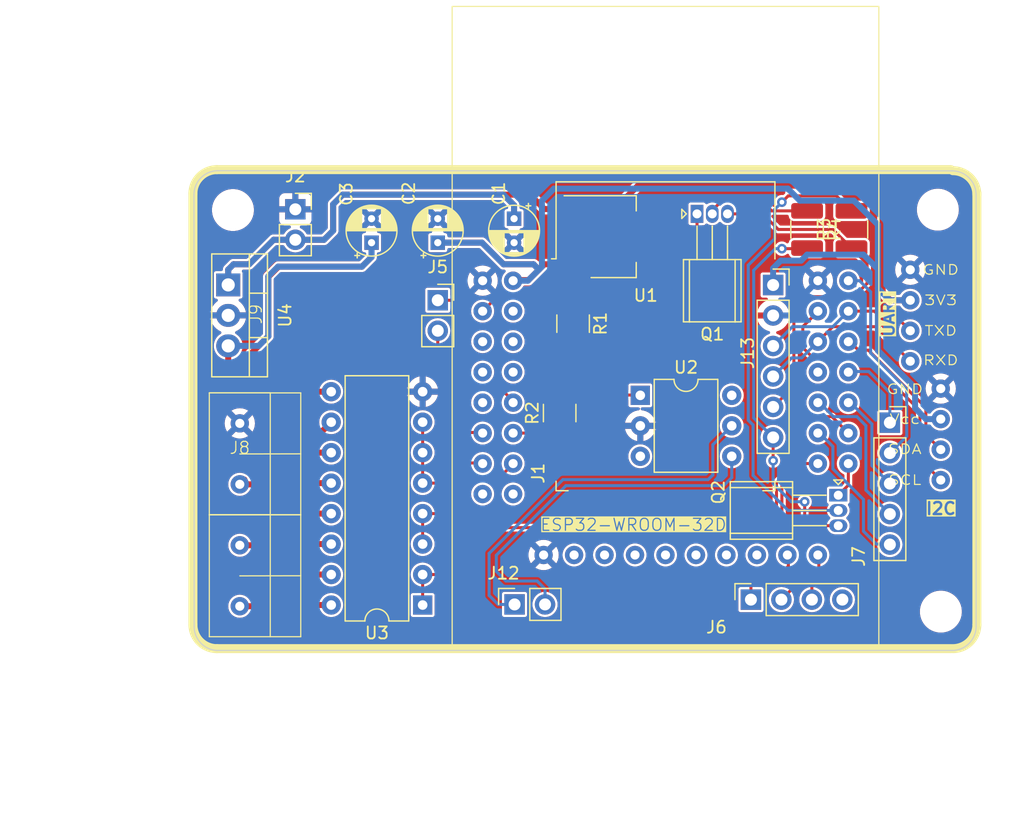
<source format=kicad_pcb>
(kicad_pcb (version 20240108) (generator "pcbnew") (generator_version "8.0")
  (layers (0 "F.Cu" signal) (31 "B.Cu" signal) (34 "B.Paste" user) (35 "F.Paste" user) (36 "B.SilkS" user "B.Silkscreen") (37 "F.SilkS" user "F.Silkscreen") (38 "B.Mask" user) (39 "F.Mask" user) (44 "Edge.Cuts" user))
  (net 0 "")
  (net 1 "GND")
  (net 2 "+3V3")
  (net 3 "+5V")
  (net 4 "/RXD")
  (net 5 "/TXD")
  (net 6 "/SDA")
  (net 7 "/OUT2")
  (net 8 "/OUT3")
  (net 9 "/SCL")
  (net 10 "/OUT1")
  (net 11 "/EN")
  (net 12 "/SOURCE2")
  (net 13 "/SOURCE1")
  (net 14 "/SOURCE3")
  (net 15 "/VDC")
  (net 16 "/DAC1")
  (net 17 "/DAC2")
  (net 18 "/GPIO35")
  (net 19 "/GPIO13")
  (net 20 "/GPIO19")
  (net 21 "/GPIO17")
  (net 22 "/GPIO5")
  (net 23 "/GPIO18")
  (net 24 "/GPIO36")
  (net 25 "/ADC2_CH3")
  (net 26 "/GPIO32")
  (net 27 "/GPIO34")
  (net 28 "/SD_DATA1")
  (net 29 "/SD_DATA2")
  (net 30 "/SD_CLK")
  (net 31 "/SD_CMD")
  (net 32 "/SD_DATA3")
  (net 33 "/ADC2_CH0")
  (net 34 "/GPIO23")
  (net 35 "/GPIO33")
  (net 36 "/SD_DATA0")
  (net 37 "/GPIO27")
  (net 38 "/ADC2_CH2")
  (net 39 "/BOOT")
  (net 42 "/V1-")
  (net 43 "Net-(R2-Pad2)")
  (net 44 "/V1+")
  (net 46 "/GPIO39")
  (net 47 "/DTR")
  (net 48 "/RTS")
  (net 49 "Net-(Q1-B)")
  (net 50 "Net-(Q2-B)")
  (footprint "Capacitor_THT:CP_Radial_D4.0mm_P2.00mm" (layer "F.Cu") (at 100.32 46 90)
    (property "Reference" "C2" (at 4.1 -2.42 -90) (layer "F.SilkS"))
    (property "Value" "1uF")
    (pad "1" thru_hole rect (at 0 0 90) (size 1.2 1.2) (drill 0.6) (layers "*.Cu" "*.Mask") (net 2 "+3V3"))
    (pad "2" thru_hole circle (at 2 0 90) (size 1.2 1.2) (drill 0.6) (layers "*.Cu" "*.Mask") (net 1 "GND"))
  )
  (footprint "Package_TO_SOT_THT:TO-92_Inline_W4.0mm_Horizontal_FlatSideDown" (layer "F.Cu") (at 121.9275 43.6)
    (property "Reference" "Q1" (at 1.27 10.033 0) (layer "F.SilkS"))
    (property "Value" "NPN")
    (pad "1" thru_hole rect (at 0 0) (size 1.05 1.5) (drill 0.75) (layers "*.Cu" "*.Mask") (net 11 "/EN"))
    (pad "2" thru_hole oval (at 1.27 0) (size 1.05 1.5) (drill 0.75) (layers "*.Cu" "*.Mask") (net 49 "Net-(Q1-B)"))
    (pad "3" thru_hole oval (at 2.54 0) (size 1.05 1.5) (drill 0.75) (layers "*.Cu" "*.Mask") (net 48 "/RTS"))
  )
  (footprint "Package_TO_SOT_THT:TO-92_Inline_W4.0mm_Horizontal_FlatSideDown" (layer "F.Cu") (at 133.7 67.0475 -90)
    (property "Reference" "Q2" (at -0.2475 10 90) (layer "F.SilkS"))
    (property "Value" "NPN")
    (pad "1" thru_hole rect (at 0 0 270) (size 1.05 1.5) (drill 0.75) (layers "*.Cu" "*.Mask") (net 39 "/BOOT"))
    (pad "2" thru_hole oval (at 1.27 0 270) (size 1.05 1.5) (drill 0.75) (layers "*.Cu" "*.Mask") (net 50 "Net-(Q2-B)"))
    (pad "3" thru_hole oval (at 2.54 0 270) (size 1.05 1.5) (drill 0.75) (layers "*.Cu" "*.Mask") (net 47 "/DTR"))
  )
  (footprint "Alexander Footprints Library:ESP32-WROOM-Adapter-Socket-2" (layer "F.Cu") (at 119.3 56.79)
    (property "Reference" "J1" (at -10.61 8.43 90) (layer "F.SilkS"))
    (property "Value" "~")
    (fp_text user "ESP32-WROOM-32D" (at -10.5 13.31 0) (layer "F.SilkS" knockout) (effects (font (thickness 0.1)) (justify left bottom)))
    (pad "" thru_hole circle (at -15.24 10.16) (size 1.524 1.524) (drill 0.762) (layers "*.Cu" "*.Mask"))
    (pad "" thru_hole circle (at -12.7 10.16) (size 1.524 1.524) (drill 0.762) (layers "*.Cu" "*.Mask"))
    (pad "1" thru_hole circle (at -15.24 -7.62) (size 1.524 1.524) (drill 0.762) (layers "*.Cu" "*.Mask") (net 1 "GND"))
    (pad "2" thru_hole circle (at -12.7 -7.62) (size 1.524 1.524) (drill 0.762) (layers "*.Cu" "*.Mask") (net 2 "+3V3"))
    (pad "3" thru_hole circle (at -15.24 -5.08) (size 1.524 1.524) (drill 0.762) (layers "*.Cu" "*.Mask") (net 11 "/EN"))
    (pad "4" thru_hole circle (at -12.7 -5.08) (size 1.524 1.524) (drill 0.762) (layers "*.Cu" "*.Mask") (net 24 "/GPIO36"))
    (pad "5" thru_hole circle (at -15.24 -2.54) (size 1.524 1.524) (drill 0.762) (layers "*.Cu" "*.Mask") (net 46 "/GPIO39"))
    (pad "6" thru_hole circle (at -12.7 -2.54) (size 1.524 1.524) (drill 0.762) (layers "*.Cu" "*.Mask") (net 27 "/GPIO34"))
    (pad "7" thru_hole circle (at -15.24 0) (size 1.524 1.524) (drill 0.762) (layers "*.Cu" "*.Mask") (net 18 "/GPIO35"))
    (pad "8" thru_hole circle (at -12.7 0) (size 1.524 1.524) (drill 0.762) (layers "*.Cu" "*.Mask") (net 26 "/GPIO32"))
    (pad "9" thru_hole circle (at -15.24 2.54) (size 1.524 1.524) (drill 0.762) (layers "*.Cu" "*.Mask") (net 35 "/GPIO33"))
    (pad "10" thru_hole circle (at -12.7 2.54) (size 1.524 1.524) (drill 0.762) (layers "*.Cu" "*.Mask") (net 16 "/DAC1"))
    (pad "11" thru_hole circle (at -15.24 5.08) (size 1.524 1.524) (drill 0.762) (layers "*.Cu" "*.Mask") (net 17 "/DAC2"))
    (pad "12" thru_hole circle (at -12.7 5.08) (size 1.524 1.524) (drill 0.762) (layers "*.Cu" "*.Mask") (net 37 "/GPIO27"))
    (pad "13" thru_hole circle (at -15.24 7.62) (size 1.524 1.524) (drill 0.762) (layers "*.Cu" "*.Mask") (net 8 "/OUT3"))
    (pad "14" thru_hole circle (at -12.7 7.62) (size 1.524 1.524) (drill 0.762) (layers "*.Cu" "*.Mask") (net 7 "/OUT2"))
    (pad "15" thru_hole circle (at -10.16 15.24 90) (size 1.524 1.524) (drill 0.762) (layers "*.Cu" "*.Mask") (net 1 "GND"))
    (pad "16" thru_hole circle (at -7.62 15.24 90) (size 1.524 1.524) (drill 0.762) (layers "*.Cu" "*.Mask") (net 19 "/GPIO13"))
    (pad "17" thru_hole circle (at -5.08 15.24 90) (size 1.524 1.524) (drill 0.762) (layers "*.Cu" "*.Mask") (net 29 "/SD_DATA2"))
    (pad "18" thru_hole circle (at -2.54 15.24 90) (size 1.524 1.524) (drill 0.762) (layers "*.Cu" "*.Mask") (net 32 "/SD_DATA3"))
    (pad "19" thru_hole circle (at 0 15.24 90) (size 1.524 1.524) (drill 0.762) (layers "*.Cu" "*.Mask") (net 31 "/SD_CMD"))
    (pad "20" thru_hole circle (at 2.54 15.24 90) (size 1.524 1.524) (drill 0.762) (layers "*.Cu" "*.Mask") (net 30 "/SD_CLK"))
    (pad "21" thru_hole circle (at 5.08 15.24 90) (size 1.524 1.524) (drill 0.762) (layers "*.Cu" "*.Mask") (net 36 "/SD_DATA0"))
    (pad "22" thru_hole circle (at 7.62 15.24 90) (size 1.524 1.524) (drill 0.762) (layers "*.Cu" "*.Mask") (net 28 "/SD_DATA1"))
    (pad "23" thru_hole circle (at 10.16 15.24 90) (size 1.524 1.524) (drill 0.762) (layers "*.Cu" "*.Mask") (net 25 "/ADC2_CH3"))
    (pad "24" thru_hole circle (at 12.7 15.24 90) (size 1.524 1.524) (drill 0.762) (layers "*.Cu" "*.Mask") (net 38 "/ADC2_CH2"))
    (pad "25" thru_hole circle (at 15.24 7.62) (size 1.524 1.524) (drill 0.762) (layers "*.Cu" "*.Mask") (net 39 "/BOOT"))
    (pad "26" thru_hole circle (at 12.7 7.62) (size 1.524 1.524) (drill 0.762) (layers "*.Cu" "*.Mask") (net 33 "/ADC2_CH0"))
    (pad "27" thru_hole circle (at 15.24 5.08) (size 1.524 1.524) (drill 0.762) (layers "*.Cu" "*.Mask") (net 10 "/OUT1"))
    (pad "28" thru_hole circle (at 12.7 5.08) (size 1.524 1.524) (drill 0.762) (layers "*.Cu" "*.Mask") (net 21 "/GPIO17"))
    (pad "29" thru_hole circle (at 15.24 2.54) (size 1.524 1.524) (drill 0.762) (layers "*.Cu" "*.Mask") (net 22 "/GPIO5"))
    (pad "30" thru_hole circle (at 12.7 2.54) (size 1.524 1.524) (drill 0.762) (layers "*.Cu" "*.Mask") (net 23 "/GPIO18"))
    (pad "31" thru_hole circle (at 15.24 0) (size 1.524 1.524) (drill 0.762) (layers "*.Cu" "*.Mask") (net 20 "/GPIO19"))
    (pad "32" thru_hole circle (at 12.7 0) (size 1.524 1.524) (drill 0.762) (layers "*.Cu" "*.Mask"))
    (pad "33" thru_hole circle (at 15.24 -2.54) (size 1.524 1.524) (drill 0.762) (layers "*.Cu" "*.Mask") (net 6 "/SDA"))
    (pad "34" thru_hole circle (at 12.7 -2.54) (size 1.524 1.524) (drill 0.762) (layers "*.Cu" "*.Mask") (net 4 "/RXD"))
    (pad "35" thru_hole circle (at 15.24 -5.08) (size 1.524 1.524) (drill 0.762) (layers "*.Cu" "*.Mask") (net 5 "/TXD"))
    (pad "36" thru_hole circle (at 12.7 -5.08) (size 1.524 1.524) (drill 0.762) (layers "*.Cu" "*.Mask") (net 9 "/SCL"))
    (pad "37" thru_hole circle (at 15.24 -7.62) (size 1.524 1.524) (drill 0.762) (layers "*.Cu" "*.Mask") (net 34 "/GPIO23"))
    (pad "38" thru_hole circle (at 12.7 -7.62) (size 1.524 1.524) (drill 0.762) (layers "*.Cu" "*.Mask") (net 1 "GND"))
  )
  (footprint "MountingHole:MountingHole_3mm" (layer "F.Cu") (at 142 43.25)
    (property "Reference" "H1" (hide yes))
    (property "Value" "MountingHole_Pad")
    (pad "" np_thru_hole circle (at 0 0) (size 3 3) (drill 3) (layers "*.Cu" "*.Mask"))
  )
  (footprint "MountingHole:MountingHole_3mm" (layer "F.Cu") (at 83.25 43.28)
    (property "Reference" "H2" (hide yes))
    (property "Value" "MountingHole_Pad")
    (pad "" np_thru_hole circle (at 0 0) (size 3 3) (drill 3) (layers "*.Cu" "*.Mask"))
  )
  (footprint "Package_DIP:DIP-16_W7.62mm" (layer "F.Cu") (at 99.06 76.2 180)
    (property "Reference" "U3" (at 3.81 -2.33 0) (layer "F.SilkS"))
    (property "Value" "ULN2003")
    (pad "1" thru_hole rect (at 0 0 180) (size 1.6 1.6) (drill 0.8) (layers "*.Cu" "*.Mask") (net 10 "/OUT1"))
    (pad "2" thru_hole oval (at 0 2.54 180) (size 1.6 1.6) (drill 0.8) (layers "*.Cu" "*.Mask") (net 10 "/OUT1"))
    (pad "3" thru_hole oval (at 0 5.08 180) (size 1.6 1.6) (drill 0.8) (layers "*.Cu" "*.Mask") (net 7 "/OUT2"))
    (pad "4" thru_hole oval (at 0 7.62 180) (size 1.6 1.6) (drill 0.8) (layers "*.Cu" "*.Mask") (net 7 "/OUT2"))
    (pad "5" thru_hole oval (at 0 10.16 180) (size 1.6 1.6) (drill 0.8) (layers "*.Cu" "*.Mask") (net 8 "/OUT3"))
    (pad "6" thru_hole oval (at 0 12.7 180) (size 1.6 1.6) (drill 0.8) (layers "*.Cu" "*.Mask") (net 8 "/OUT3"))
    (pad "7" thru_hole oval (at 0 15.24 180) (size 1.6 1.6) (drill 0.8) (layers "*.Cu" "*.Mask") (net 8 "/OUT3"))
    (pad "8" thru_hole oval (at 0 17.78 180) (size 1.6 1.6) (drill 0.8) (layers "*.Cu" "*.Mask") (net 1 "GND"))
    (pad "9" thru_hole oval (at 7.62 17.78 180) (size 1.6 1.6) (drill 0.8) (layers "*.Cu" "*.Mask") (net 3 "+5V"))
    (pad "10" thru_hole oval (at 7.62 15.24 180) (size 1.6 1.6) (drill 0.8) (layers "*.Cu" "*.Mask") (net 14 "/SOURCE3"))
    (pad "11" thru_hole oval (at 7.62 12.7 180) (size 1.6 1.6) (drill 0.8) (layers "*.Cu" "*.Mask") (net 14 "/SOURCE3"))
    (pad "12" thru_hole oval (at 7.62 10.16 180) (size 1.6 1.6) (drill 0.8) (layers "*.Cu" "*.Mask") (net 14 "/SOURCE3"))
    (pad "13" thru_hole oval (at 7.62 7.62 180) (size 1.6 1.6) (drill 0.8) (layers "*.Cu" "*.Mask") (net 12 "/SOURCE2"))
    (pad "14" thru_hole oval (at 7.62 5.08 180) (size 1.6 1.6) (drill 0.8) (layers "*.Cu" "*.Mask") (net 12 "/SOURCE2"))
    (pad "15" thru_hole oval (at 7.62 2.54 180) (size 1.6 1.6) (drill 0.8) (layers "*.Cu" "*.Mask") (net 13 "/SOURCE1"))
    (pad "16" thru_hole oval (at 7.62 0 180) (size 1.6 1.6) (drill 0.8) (layers "*.Cu" "*.Mask") (net 13 "/SOURCE1"))
  )
  (footprint "Package_DIP:DIP-6_W7.62mm" (layer "F.Cu") (at 117.2 58.725)
    (property "Reference" "U2" (at 3.81 -2.33 0) (layer "F.SilkS"))
    (property "Value" "4N35")
    (pad "1" thru_hole rect (at 0 0) (size 1.6 1.6) (drill 0.8) (layers "*.Cu" "*.Mask") (net 43 "Net-(R2-Pad2)"))
    (pad "2" thru_hole oval (at 0 2.54) (size 1.6 1.6) (drill 0.8) (layers "*.Cu" "*.Mask") (net 1 "GND"))
    (pad "3" thru_hole oval (at 0 5.08) (size 1.6 1.6) (drill 0.8) (layers "*.Cu" "*.Mask"))
    (pad "4" thru_hole oval (at 7.62 5.08) (size 1.6 1.6) (drill 0.8) (layers "*.Cu" "*.Mask") (net 42 "/V1-"))
    (pad "5" thru_hole oval (at 7.62 2.54) (size 1.6 1.6) (drill 0.8) (layers "*.Cu" "*.Mask") (net 44 "/V1+"))
    (pad "6" thru_hole oval (at 7.62 0) (size 1.6 1.6) (drill 0.8) (layers "*.Cu" "*.Mask"))
  )
  (footprint "Alexander Footprints Library:Conn_Terminal_5mm" (layer "F.Cu") (at 83.82 53.44)
    (property "Reference" "J9" (at 1.33 -1.49 90) (layer "F.SilkS") (effects (font (thickness 0.1))))
    (property "Value" "Conn_01x02_Socket")
    (pad "1" thru_hole circle (at 0 7.62) (size 1.524 1.524) (drill 0.762) (layers "*.Cu" "*.Mask") (net 1 "GND"))
    (pad "2" thru_hole circle (at 0 12.7) (size 1.524 1.524) (drill 0.762) (layers "*.Cu" "*.Mask") (net 14 "/SOURCE3"))
  )
  (footprint "Resistor_SMD:R_1210_3225Metric_Pad1.30x2.65mm_HandSolder" (layer "F.Cu") (at 134.8 44.9 90)
    (property "Reference" "R3" (at 0 -2.28 -90) (layer "F.SilkS"))
    (property "Value" "10K")
    (pad "1" smd roundrect (at -1.55 0 90) (size 1.3 2.65) (layers "F.Cu" "F.Paste" "F.Mask") (roundrect_rratio 0.192308) (net 48 "/RTS"))
    (pad "2" smd roundrect (at 1.55 0 90) (size 1.3 2.65) (layers "F.Cu" "F.Paste" "F.Mask") (roundrect_rratio 0.192308) (net 50 "Net-(Q2-B)"))
  )
  (footprint "Resistor_SMD:R_1210_3225Metric_Pad1.30x2.65mm_HandSolder" (layer "F.Cu") (at 111.6 52.75 -90)
    (property "Reference" "R1" (at 0 -2.28 -90) (layer "F.SilkS"))
    (property "Value" "10K")
    (pad "1" smd roundrect (at -1.55 0 270) (size 1.3 2.65) (layers "F.Cu" "F.Paste" "F.Mask") (roundrect_rratio 0.192308) (net 2 "+3V3"))
    (pad "2" smd roundrect (at 1.55 0 270) (size 1.3 2.65) (layers "F.Cu" "F.Paste" "F.Mask") (roundrect_rratio 0.192308) (net 11 "/EN"))
  )
  (footprint "Connector_PinSocket_2.54mm:PinSocket_1x05_P2.54mm_Vertical" (layer "F.Cu") (at 138 61)
    (property "Reference" "J7" (at -2.6 11.15 90) (layer "F.SilkS"))
    (property "Value" "GPIO")
    (pad "1" thru_hole rect (at 0 0) (size 1.7 1.7) (drill 1) (layers "*.Cu" "*.Mask") (net 20 "/GPIO19"))
    (pad "2" thru_hole oval (at 0 2.54) (size 1.7 1.7) (drill 1) (layers "*.Cu" "*.Mask") (net 34 "/GPIO23"))
    (pad "3" thru_hole oval (at 0 5.08) (size 1.7 1.7) (drill 1) (layers "*.Cu" "*.Mask") (net 22 "/GPIO5"))
    (pad "4" thru_hole oval (at 0 7.62) (size 1.7 1.7) (drill 1) (layers "*.Cu" "*.Mask") (net 23 "/GPIO18"))
    (pad "5" thru_hole oval (at 0 10.16) (size 1.7 1.7) (drill 1) (layers "*.Cu" "*.Mask") (net 21 "/GPIO17"))
  )
  (footprint "Resistor_SMD:R_1210_3225Metric_Pad1.30x2.65mm_HandSolder" (layer "F.Cu") (at 131.1 44.9 -90)
    (property "Reference" "R4" (at 0 -2.28 90) (layer "F.SilkS"))
    (property "Value" "10K")
    (pad "1" smd roundrect (at -1.55 0 270) (size 1.3 2.65) (layers "F.Cu" "F.Paste" "F.Mask") (roundrect_rratio 0.192308) (net 49 "Net-(Q1-B)"))
    (pad "2" smd roundrect (at 1.55 0 270) (size 1.3 2.65) (layers "F.Cu" "F.Paste" "F.Mask") (roundrect_rratio 0.192308) (net 47 "/DTR"))
  )
  (footprint "Connector_PinSocket_2.54mm:PinSocket_1x02_P2.54mm_Vertical" (layer "F.Cu") (at 88.45 43.22)
    (property "Reference" "J2" (at 0 -2.77 0) (layer "F.SilkS"))
    (property "Value" "PWD")
    (pad "1" thru_hole rect (at 0 0) (size 1.7 1.7) (drill 1) (layers "*.Cu" "*.Mask") (net 1 "GND"))
    (pad "2" thru_hole oval (at 0 2.54) (size 1.7 1.7) (drill 1) (layers "*.Cu" "*.Mask") (net 15 "/VDC"))
  )
  (footprint "Connector_PinSocket_2.54mm:PinSocket_1x02_P2.54mm_Vertical" (layer "F.Cu") (at 106.72 76.15 90)
    (property "Reference" "J12" (at 2.6 -0.92 180) (layer "F.SilkS"))
    (property "Value" "Conn_01x02_Socket")
    (pad "1" thru_hole rect (at 0 0 90) (size 1.7 1.7) (drill 1) (layers "*.Cu" "*.Mask") (net 44 "/V1+"))
    (pad "2" thru_hole oval (at 0 2.54 90) (size 1.7 1.7) (drill 1) (layers "*.Cu" "*.Mask") (net 42 "/V1-"))
  )
  (footprint "Connector_PinSocket_2.54mm:PinSocket_1x04_P2.54mm_Vertical" (layer "F.Cu") (at 126.42 75.75 90)
    (property "Reference" "J6" (at -2.3 -2.87 0) (layer "F.SilkS"))
    (property "Value" "ADC")
    (pad "1" thru_hole rect (at 0 0 90) (size 1.7 1.7) (drill 1) (layers "*.Cu" "*.Mask") (net 25 "/ADC2_CH3"))
    (pad "2" thru_hole oval (at 0 2.54 90) (size 1.7 1.7) (drill 1) (layers "*.Cu" "*.Mask") (net 33 "/ADC2_CH0"))
    (pad "3" thru_hole oval (at 0 5.08 90) (size 1.7 1.7) (drill 1) (layers "*.Cu" "*.Mask") (net 38 "/ADC2_CH2"))
    (pad "4" thru_hole oval (at 0 7.62 90) (size 1.7 1.7) (drill 1) (layers "*.Cu" "*.Mask"))
  )
  (footprint "Capacitor_THT:CP_Radial_D4.0mm_P2.00mm" (layer "F.Cu") (at 94.8 46 90)
    (property "Reference" "C3" (at 4.05 -2.1 -90) (layer "F.SilkS"))
    (property "Value" "1uF")
    (pad "1" thru_hole rect (at 0 0 90) (size 1.2 1.2) (drill 0.6) (layers "*.Cu" "*.Mask") (net 3 "+5V"))
    (pad "2" thru_hole circle (at 2 0 90) (size 1.2 1.2) (drill 0.6) (layers "*.Cu" "*.Mask") (net 1 "GND"))
  )
  (footprint "Connector_PinSocket_2.54mm:PinSocket_1x02_P2.54mm_Vertical" (layer "F.Cu") (at 100.32 50.8)
    (property "Reference" "J5" (at 0 -2.77 0) (layer "F.SilkS"))
    (property "Value" "DAC_Socket")
    (pad "1" thru_hole rect (at 0 0) (size 1.7 1.7) (drill 1) (layers "*.Cu" "*.Mask") (net 16 "/DAC1"))
    (pad "2" thru_hole oval (at 0 2.54) (size 1.7 1.7) (drill 1) (layers "*.Cu" "*.Mask") (net 17 "/DAC2"))
  )
  (footprint "Alexander Footprints Library:Conn_UART" (layer "F.Cu") (at 139.7 40.64)
    (property "Reference" "J3" (hide yes))
    (property "Value" "UART")
    (fp_text user "3V3" (at 2.54 10.16 0) (layer "F.SilkS") (effects (font (size 0.8 1) (thickness 0.1))))
    (fp_text user "GND" (at 2.54 7.62 0) (layer "F.SilkS") (effects (font (size 0.8 1) (thickness 0.1))))
    (fp_text user "RXD" (at 2.54 15.16 0) (layer "F.SilkS") (effects (font (size 0.8 1) (thickness 0.1))))
    (fp_text user "TXD" (at 2.54 12.7 0) (layer "F.SilkS") (effects (font (size 0.8 1) (thickness 0.1))))
    (fp_text user "UART" (at -1.25 11.36 90) (layer "F.SilkS" knockout) (effects (font (thickness 0.2) (bold yes)) (justify bottom)))
    (pad "3V3" thru_hole circle (at 0 10.16) (size 1.524 1.524) (drill 0.762) (layers "*.Cu" "*.Mask") (net 2 "+3V3"))
    (pad "GND" thru_hole circle (at 0 7.62) (size 1.524 1.524) (drill 0.762) (layers "*.Cu" "*.Mask") (net 1 "GND"))
    (pad "RXD" thru_hole circle (at 0 15.24) (size 1.524 1.524) (drill 0.762) (layers "*.Cu" "*.Mask") (net 4 "/RXD"))
    (pad "TXD" thru_hole circle (at 0 12.7) (size 1.524 1.524) (drill 0.762) (layers "*.Cu" "*.Mask") (net 5 "/TXD"))
  )
  (footprint "Resistor_SMD:R_1210_3225Metric_Pad1.30x2.65mm_HandSolder" (layer "F.Cu") (at 110.48 60.2 90)
    (property "Reference" "R2" (at 0 -2.28 90) (layer "F.SilkS"))
    (property "Value" "1K")
    (pad "1" smd roundrect (at -1.55 0 90) (size 1.3 2.65) (layers "F.Cu" "F.Paste" "F.Mask") (roundrect_rratio 0.192308) (net 37 "/GPIO27"))
    (pad "2" smd roundrect (at 1.55 0 90) (size 1.3 2.65) (layers "F.Cu" "F.Paste" "F.Mask") (roundrect_rratio 0.192308) (net 43 "Net-(R2-Pad2)"))
  )
  (footprint "Capacitor_THT:CP_Radial_D4.0mm_P2.00mm" (layer "F.Cu") (at 106.68 44 -90)
    (property "Reference" "C1" (at -2.1 1.28 90) (layer "F.SilkS"))
    (property "Value" "1uF")
    (pad "1" thru_hole rect (at 0 0 270) (size 1.2 1.2) (drill 0.6) (layers "*.Cu" "*.Mask") (net 15 "/VDC"))
    (pad "2" thru_hole circle (at 2 0 270) (size 1.2 1.2) (drill 0.6) (layers "*.Cu" "*.Mask") (net 1 "GND"))
  )
  (footprint "Package_TO_SOT_SMD:SOT-223-3_TabPin2" (layer "F.Cu") (at 114.95 45.5)
    (property "Reference" "U1" (at 2.7 4.9 0) (layer "F.SilkS"))
    (property "Value" "MAX1726EUK33")
    (pad "1" smd rect (at -3.15 -2.3) (size 2 1.5) (layers "F.Cu" "F.Paste" "F.Mask") (net 15 "/VDC"))
    (pad "2" smd rect (at -3.15 0) (size 2 1.5) (layers "F.Cu" "F.Paste" "F.Mask") (net 1 "GND"))
    (pad "2" smd rect (at 3.15 0) (size 2 3.8) (layers "F.Cu" "F.Paste" "F.Mask") (net 1 "GND"))
    (pad "3" smd rect (at -3.15 2.3) (size 2 1.5) (layers "F.Cu" "F.Paste" "F.Mask") (net 2 "+3V3"))
  )
  (footprint "Alexander Footprints Library:LD1117" (layer "F.Cu") (at 82.855 49.52 -90)
    (property "Reference" "U4" (at 2.54 -4.745 90) (layer "F.SilkS"))
    (property "Value" "L7805")
    (pad "1" thru_hole rect (at 0 0 270) (size 1.905 2) (drill 1.1) (layers "*.Cu" "*.Mask") (net 15 "/VDC"))
    (pad "2" thru_hole oval (at 2.54 0 270) (size 1.905 2) (drill 1.1) (layers "*.Cu" "*.Mask") (net 1 "GND"))
    (pad "3" thru_hole oval (at 5.08 0 270) (size 1.905 2) (drill 1.1) (layers "*.Cu" "*.Mask") (net 3 "+5V"))
  )
  (footprint "Alexander Footprints Library:Conn_I2C" (layer "F.Cu") (at 142.24 50.544)
    (property "Reference" "J4" (hide yes))
    (property "Value" "I2C")
    (fp_text user "I2C" (at 0.01 18.206 0) (layer "F.SilkS" knockout) (effects (font (thickness 0.2) (bold yes)) (justify bottom)))
    (fp_text user "SCL" (at -2.99 15.24 0) (layer "F.SilkS") (effects (font (size 0.8 1) (thickness 0.1))))
    (fp_text user "SDA" (at -2.99 12.666 0) (layer "F.SilkS") (effects (font (size 0.8 1) (thickness 0.1))))
    (fp_text user "GND" (at -2.99 7.666 0) (layer "F.SilkS") (effects (font (size 0.8 1) (thickness 0.1))))
    (fp_text user "Vcc" (at -2.99 10.16 0) (layer "F.SilkS") (effects (font (size 0.8 1) (thickness 0.1))))
    (pad "GND" thru_hole circle (at 0 7.62) (size 1.524 1.524) (drill 0.762) (layers "*.Cu" "*.Mask") (net 1 "GND"))
    (pad "SCL" thru_hole circle (at 0 15.24) (size 1.524 1.524) (drill 0.762) (layers "*.Cu" "*.Mask") (net 9 "/SCL"))
    (pad "SDA" thru_hole circle (at 0 12.7) (size 1.524 1.524) (drill 0.762) (layers "*.Cu" "*.Mask") (net 6 "/SDA"))
    (pad "Vcc" thru_hole circle (at 0 10.16) (size 1.524 1.524) (drill 0.762) (layers "*.Cu" "*.Mask") (net 2 "+3V3"))
  )
  (footprint "MountingHole:MountingHole_3mm" (layer "F.Cu") (at 142.25 76.75)
    (property "Reference" "H4" (hide yes))
    (property "Value" "MountingHole_Pad")
    (pad "" np_thru_hole circle (at 0 0) (size 3 3) (drill 3) (layers "*.Cu" "*.Mask"))
  )
  (footprint "Connector_PinSocket_2.54mm:PinSocket_1x06_P2.54mm_Vertical" (layer "F.Cu") (at 128.27 49.53)
    (property "Reference" "J13" (at -2.12 5.67 90) (layer "F.SilkS"))
    (property "Value" "Conn_01x06_Socket")
    (pad "1" thru_hole rect (at 0 0) (size 1.7 1.7) (drill 1) (layers "*.Cu" "*.Mask") (net 2 "+3V3"))
    (pad "2" thru_hole oval (at 0 2.54) (size 1.7 1.7) (drill 1) (layers "*.Cu" "*.Mask") (net 1 "GND"))
    (pad "3" thru_hole oval (at 0 5.08) (size 1.7 1.7) (drill 1) (layers "*.Cu" "*.Mask") (net 5 "/TXD"))
    (pad "4" thru_hole oval (at 0 7.62) (size 1.7 1.7) (drill 1) (layers "*.Cu" "*.Mask") (net 4 "/RXD"))
    (pad "5" thru_hole oval (at 0 10.16) (size 1.7 1.7) (drill 1) (layers "*.Cu" "*.Mask") (net 48 "/RTS"))
    (pad "6" thru_hole oval (at 0 12.7) (size 1.7 1.7) (drill 1) (layers "*.Cu" "*.Mask") (net 47 "/DTR"))
  )
  (footprint "Alexander Footprints Library:Conn_Terminal_5mm" (layer "F.Cu") (at 83.82 63.6)
    (property "Reference" "J8" (at 0 -0.5 0) (layer "F.SilkS") (effects (font (thickness 0.1))))
    (property "Value" "Conn_01x02_Socket")
    (pad "1" thru_hole circle (at 0 7.62) (size 1.524 1.524) (drill 0.762) (layers "*.Cu" "*.Mask") (net 12 "/SOURCE2"))
    (pad "2" thru_hole circle (at 0 12.7) (size 1.524 1.524) (drill 0.762) (layers "*.Cu" "*.Mask") (net 13 "/SOURCE1"))
  )
  (gr_line (start 145.25 41.86421) (end 145.25 77.835782) (stroke (width 0.75)) (layer "F.SilkS"))
  (gr_line (start 81.914218 39.914218) (end 143.08579 39.914218) (stroke (width 0.75)) (layer "F.SilkS"))
  (gr_arc (start 145.25 77.835782) (mid 144.664218 79.25) (end 143.25 79.835782) (stroke (width 0.75)) (layer "F.SilkS"))
  (gr_line (start 79.914218 41.86421) (end 79.914218 77.835782) (stroke (width 0.75)) (layer "F.SilkS"))
  (gr_arc (start 81.914218 79.835782) (mid 80.5 79.25) (end 79.914218 77.835782) (stroke (width 0.75)) (layer "F.SilkS"))
  (gr_arc (start 143.25 40) (mid 144.664218 40.585782) (end 145.25 42) (stroke (width 0.75)) (layer "F.SilkS"))
  (gr_arc (start 79.914218 41.914218) (mid 80.5 40.5) (end 81.914218 39.914218) (stroke (width 0.75)) (layer "F.SilkS"))
  (gr_line (start 81.914214 79.835782) (end 143.085786 79.835782) (stroke (width 0.75)) (layer "F.SilkS"))
  (gr_line (start 80 42) (end 80.014214 77.985786) (stroke (width 0.1)) (layer "Edge.Cuts"))
  (gr_arc (start 143.185786 40.014214) (mid 144.6 40.6) (end 145.185786 42.014214) (stroke (width 0.1)) (layer "Edge.Cuts"))
  (gr_arc (start 82.014214 79.985786) (mid 80.6 79.4) (end 80.014214 77.985786) (stroke (width 0.1)) (layer "Edge.Cuts"))
  (gr_line (start 145.185786 42.014214) (end 145.185786 77.985786) (stroke (width 0.1)) (layer "Edge.Cuts"))
  (gr_arc (start 80 42) (mid 80.585786 40.585786) (end 82 40) (stroke (width 0.1)) (layer "Edge.Cuts"))
  (gr_line (start 82.014214 79.985786) (end 143.185786 79.985786) (stroke (width 0.1)) (layer "Edge.Cuts"))
  (gr_arc (start 145.185786 77.985786) (mid 144.6 79.4) (end 143.185786 79.985786) (stroke (width 0.1)) (layer "Edge.Cuts"))
  (gr_line (start 143.185786 40.014214) (end 82 40) (stroke (width 0.1)) (layer "Edge.Cuts"))
  (segment (start 111.6 50.2) (end 113.25 48.55) (width 0.5) (layer "F.Cu") (net 2))
  (segment (start 113.25 48.55) (end 113.25 47.85) (width 0.5) (layer "F.Cu") (net 2))
  (segment (start 137.4 42.6) (end 136.05 41.25) (width 0.5) (layer "F.Cu") (net 2))
  (segment (start 105.8 47.8) (end 108.3 47.8) (width 0.5) (layer "F.Cu") (net 2))
  (segment (start 106.68 49.12) (end 107.88 49.12) (width 0.5) (layer "F.Cu") (net 2))
  (segment (start 115.56 42.69) (end 115.56 46.87) (width 0.5) (layer "F.Cu") (net 2))
  (segment (start 107.88 49.12) (end 109.2 47.8) (width 0.5) (layer "F.Cu") (net 2))
  (segment (start 137.4 50.15) (end 137.4 42.6) (width 0.5) (layer "F.Cu") (net 2))
  (segment (start 115.56 46.87) (end 114.63 47.8) (width 0.5) (layer "F.Cu") (net 2))
  (segment (start 113.25 47.85) (end 113.2 47.8) (width 0.5) (layer "F.Cu") (net 2))
  (segment (start 100.2 46) (end 104 46) (width 0.5) (layer "F.Cu") (net 2))
  (segment (start 111.6 51.2) (end 111.6 50.2) (width 0.5) (layer "F.Cu") (net 2))
  (segment (start 136.05 41.25) (end 117 41.25) (width 0.5) (layer "F.Cu") (net 2))
  (segment (start 117 41.25) (end 115.56 42.69) (width 0.5) (layer "F.Cu") (net 2))
  (segment (start 108.3 47.8) (end 108.75 48.25) (width 0.5) (layer "F.Cu") (net 2))
  (segment (start 109.2 47.8) (end 113.2 47.8) (width 0.5) (layer "F.Cu") (net 2))
  (segment (start 138.05 50.8) (end 137.4 50.15) (width 0.5) (layer "F.Cu") (net 2))
  (segment (start 139.7 50.8) (end 138.05 50.8) (width 0.5) (layer "F.Cu") (net 2))
  (segment (start 114.63 47.8) (end 113.2 47.8) (width 0.5) (layer "F.Cu") (net 2))
  (segment (start 104 46) (end 105.8 47.8) (width 0.5) (layer "F.Cu") (net 2))
  (segment (start 100.32 46) (end 104 46) (width 0.5) (layer "B.Cu") (net 2))
  (segment (start 110 41.5) (end 129.501041 41.5) (width 0.5) (layer "B.Cu") (net 2))
  (segment (start 137 48.2) (end 135.8 47) (width 0.5) (layer "B.Cu") (net 2))
  (segment (start 137 54.986828) (end 137 49.8) (width 0.5) (layer "B.Cu") (net 2))
  (segment (start 128.27 48.13) (end 128.27 49.53) (width 0.5) (layer "B.Cu") (net 2))
  (segment (start 137 49.8) (end 137 48.2) (width 0.5) (layer "B.Cu") (net 2))
  (segment (start 142.24 60.704) (end 141.004 60.704) (width 0.5) (layer "B.Cu") (net 2))
  (segment (start 107.83 49.17) (end 109 48) (width 0.5) (layer "B.Cu") (net 2))
  (segment (start 128.9 47.5) (end 128.27 48.13) (width 0.5) (layer "B.Cu") (net 2))
  (segment (start 131.1 47) (end 130.6 47.5) (width 0.5) (layer "B.Cu") (net 2))
  (segment (start 108.3 47.8) (end 108.5 48) (width 0.5) (layer "B.Cu") (net 2))
  (segment (start 140.1 58.086828) (end 137 54.986828) (width 0.5) (layer "B.Cu") (net 2))
  (segment (start 106.6 49.17) (end 107.83 49.17) (width 0.5) (layer "B.Cu") (net 2))
  (segment (start 105.8 47.8) (end 108.3 47.8) (width 0.5) (layer "B.Cu") (net 2))
  (segment (start 109 42.5) (end 110 41.5) (width 0.5) (layer "B.Cu") (net 2))
  (segment (start 104 46) (end 105.8 47.8) (width 0.5) (layer "B.Cu") (net 2))
  (segment (start 140.1 59.8) (end 140.1 58.086828) (width 0.5) (layer "B.Cu") (net 2))
  (segment (start 135.8 47) (end 131.1 47) (width 0.5) (layer "B.Cu") (net 2))
  (segment (start 130.501041 42.5) (end 135 42.5) (width 0.5) (layer "B.Cu") (net 2))
  (segment (start 141.004 60.704) (end 140.1 59.8) (width 0.5) (layer "B.Cu") (net 2))
  (segment (start 139.7 50.8) (end 138 50.8) (width 0.5) (layer "B.Cu") (net 2))
  (segment (start 138 50.8) (end 137 49.8) (width 0.5) (layer "B.Cu") (net 2))
  (segment (start 129.501041 41.5) (end 130.501041 42.5) (width 0.5) (layer "B.Cu") (net 2))
  (segment (start 137 44.5) (end 137 48.2) (width 0.5) (layer "B.Cu") (net 2))
  (segment (start 130.6 47.5) (end 128.9 47.5) (width 0.5) (layer "B.Cu") (net 2))
  (segment (start 135 42.5) (end 137 44.5) (width 0.5) (layer "B.Cu") (net 2))
  (segment (start 109 48) (end 109 42.5) (width 0.5) (layer "B.Cu") (net 2))
  (segment (start 94.8 47.2) (end 94.8 46) (width 0.5) (layer "F.Cu") (net 3))
  (segment (start 86.2 53.8) (end 86.2 48.85) (width 0.5) (layer "F.Cu") (net 3))
  (segment (start 91.44 58.42) (end 84.82 58.42) (width 0.5) (layer "F.Cu") (net 3))
  (segment (start 82.855 56.455) (end 82.855 55.14) (width 0.5) (layer "F.Cu") (net 3))
  (segment (start 86.2 48.85) (end 87.05 48) (width 0.5) (layer "F.Cu") (net 3))
  (segment (start 94 48) (end 94.8 47.2) (width 0.5) (layer "F.Cu") (net 3))
  (segment (start 84.82 58.42) (end 82.855 56.455) (width 0.5) (layer "F.Cu") (net 3))
  (segment (start 83.6 57.2) (end 83.6 56.4) (width 0.5) (layer "F.Cu") (net 3))
  (segment (start 83.6 56.4) (end 86.2 53.8) (width 0.5) (layer "F.Cu") (net 3))
  (segment (start 87.05 48) (end 94 48) (width 0.5) (layer "F.Cu") (net 3))
  (segment (start 86.2 53.8) (end 85.4 54.6) (width 0.5) (layer "B.Cu") (net 3))
  (segment (start 87 48) (end 86.2 48.8) (width 0.5) (layer "B.Cu") (net 3))
  (segment (start 85.4 54.6) (end 82.855 54.6) (width 0.5) (layer "B.Cu") (net 3))
  (segment (start 86.2 48.8) (end 86.2 53.8) (width 0.5) (layer "B.Cu") (net 3))
  (segment (start 94.8 47.2) (end 94 48) (width 0.5) (layer "B.Cu") (net 3))
  (segment (start 94 48) (end 87 48) (width 0.5) (layer "B.Cu") (net 3))
  (segment (start 94.8 46) (end 94.8 47.2) (width 0.5) (layer "B.Cu") (net 3))
  (segment (start 133.25 53) (end 136.82 53) (width 0.25) (layer "F.Cu") (net 4))
  (segment (start 132 54.25) (end 133.25 53) (width 0.25) (layer "F.Cu") (net 4))
  (segment (start 136.82 53) (end 139.7 55.88) (width 0.25) (layer "F.Cu") (net 4))
  (segment (start 130.65 55.6) (end 132 54.25) (width 0.25) (layer "B.Cu") (net 4))
  (segment (start 129.82 55.6) (end 130.65 55.6) (width 0.25) (layer "B.Cu") (net 4))
  (segment (start 128.27 57.15) (end 129.82 55.6) (width 0.25) (layer "B.Cu") (net 4))
  (segment (start 138.86 52.5) (end 137.5 52.5) (width 0.25) (layer "F.Cu") (net 5))
  (segment (start 136.71 51.71) (end 137.25 52.25) (width 0.25) (layer "F.Cu") (net 5))
  (segment (start 137.5 52.5) (end 137.25 52.25) (width 0.25) (layer "F.Cu") (net 5))
  (segment (start 139.7 53.34) (end 138.86 52.5) (width 0.25) (layer "F.Cu") (net 5))
  (segment (start 134.74 51.54) (end 134.62 51.66) (width 0.25) (layer "F.Cu") (net 5))
  (segment (start 134.54 51.71) (end 136.71 51.71) (width 0.25) (layer "F.Cu") (net 5))
  (segment (start 129.88 53) (end 133.25 53) (width 0.25) (layer "B.Cu") (net 5))
  (segment (start 133.25 53) (end 134.54 51.71) (width 0.25) (layer "B.Cu") (net 5))
  (segment (start 128.27 54.61) (end 129.88 53) (width 0.25) (layer "B.Cu") (net 5))
  (segment (start 135.381999 54.961999) (end 134.62 54.2) (width 0.25) (layer "F.Cu") (net 6))
  (segment (start 136.211999 54.961999) (end 135.381999 54.961999) (width 0.25) (layer "F.Cu") (net 6))
  (segment (start 141 59.75) (end 136.211999 54.961999) (width 0.25) (layer "F.Cu") (net 6))
  (segment (start 142.24 63.244) (end 141 62.004) (width 0.25) (layer "F.Cu") (net 6))
  (segment (start 141 62.004) (end 141 59.75) (width 0.25) (layer "F.Cu") (net 6))
  (segment (start 102 68) (end 102 66.25) (width 0.25) (layer "F.Cu") (net 7))
  (segment (start 102 66.25) (end 102.71 65.54) (width 0.25) (layer "F.Cu") (net 7))
  (segment (start 99.06 71.12) (end 99.06 68.58) (width 0.25) (layer "F.Cu") (net 7))
  (segment (start 101.42 68.58) (end 102 68) (width 0.25) (layer "F.Cu") (net 7))
  (segment (start 99.06 68.58) (end 101.42 68.58) (width 0.25) (layer "F.Cu") (net 7))
  (segment (start 102.71 65.54) (end 105.5 65.54) (width 0.25) (layer "F.Cu") (net 7))
  (segment (start 105.5 65.54) (end 106.68 64.36) (width 0.25) (layer "F.Cu") (net 7))
  (segment (start 99.06 63.5) (end 99.06 60.96) (width 0.25) (layer "F.Cu") (net 8))
  (segment (start 99.06 66.04) (end 99.06 63.5) (width 0.25) (layer "F.Cu") (net 8))
  (segment (start 102.39 64.36) (end 104.14 64.36) (width 0.25) (layer "F.Cu") (net 8))
  (segment (start 100.71 66.04) (end 102.39 64.36) (width 0.25) (layer "F.Cu") (net 8))
  (segment (start 99.06 66.04) (end 100.71 66.04) (width 0.25) (layer "F.Cu") (net 8))
  (segment (start 142.24 65.784) (end 140.5 64.044) (width 0.25) (layer "F.Cu") (net 9))
  (segment (start 140.5 60) (end 136 55.5) (width 0.25) (layer "F.Cu") (net 9))
  (segment (start 131.5 55.5) (end 130.745 54.745) (width 0.25) (layer "F.Cu") (net 9))
  (segment (start 140.5 64.044) (end 140.5 60) (width 0.25) (layer "F.Cu") (net 9))
  (segment (start 136 55.5) (end 131.5 55.5) (width 0.25) (layer "F.Cu") (net 9))
  (segment (start 130.745 52.995) (end 132.08 51.66) (width 0.25) (layer "F.Cu") (net 9))
  (segment (start 130.745 54.745) (end 130.745 52.995) (width 0.25) (layer "F.Cu") (net 9))
  (segment (start 128.25 69.75) (end 104.75 69.75) (width 0.25) (layer "F.Cu") (net 10))
  (segment (start 134.54 61.87) (end 133.17 60.5) (width 0.25) (layer "F.Cu") (net 10))
  (segment (start 128.55 66.013604) (end 128.55 69.45) (width 0.25) (layer "F.Cu") (net 10))
  (segment (start 99.06 76.2) (end 99.06 73.66) (width 0.25) (layer "F.Cu") (net 10))
  (segment (start 100.84 73.66) (end 99.06 73.66) (width 0.25) (layer "F.Cu") (net 10))
  (segment (start 104.75 69.75) (end 100.84 73.66) (width 0.25) (layer "F.Cu") (net 10))
  (segment (start 133.17 60.5) (end 131.5 60.5) (width 0.25) (layer "F.Cu") (net 10))
  (segment (start 131.5 60.5) (end 130.25 61.75) (width 0.25) (layer "F.Cu") (net 10))
  (segment (start 130.25 61.75) (end 130.25 64.313604) (width 0.25) (layer "F.Cu") (net 10))
  (segment (start 128.55 69.45) (end 128.25 69.75) (width 0.25) (layer "F.Cu") (net 10))
  (segment (start 130.25 64.313604) (end 128.55 66.013604) (width 0.25) (layer "F.Cu") (net 10))
  (segment (start 114.8 53.7) (end 114.2 54.3) (width 0.25) (layer "F.Cu") (net 11))
  (segment (start 109.8 54.3) (end 111.6 54.3) (width 0.25) (layer "F.Cu") (net 11))
  (segment (start 105.27 50.5) (end 108.4 50.5) (width 0.25) (layer "F.Cu") (net 11))
  (segment (start 118.1 49.52) (end 115.68 49.52) (width 0.25) (layer "F.Cu") (net 11))
  (segment (start 109.1 51.2) (end 109.1 53.6) (width 0.25) (layer "F.Cu") (net 11))
  (segment (start 120.64 49.52) (end 118.1 49.52) (width 0.25) (layer "F.Cu") (net 11))
  (segment (start 121.9275 43.6) (end 121.9275 48.2325) (width 0.25) (layer "F.Cu") (net 11))
  (segment (start 121.9275 48.2325) (end 120.64 49.52) (width 0.25) (layer "F.Cu") (net 11))
  (segment (start 115.68 49.52) (end 114.8 50.4) (width 0.25) (layer "F.Cu") (net 11))
  (segment (start 114.8 50.4) (end 114.8 53.7) (width 0.25) (layer "F.Cu") (net 11))
  (segment (start 114.2 54.3) (end 111.6 54.3) (width 0.25) (layer "F.Cu") (net 11))
  (segment (start 104.06 51.71) (end 105.27 50.5) (width 0.25) (layer "F.Cu") (net 11))
  (segment (start 109.1 53.6) (end 109.8 54.3) (width 0.25) (layer "F.Cu") (net 11))
  (segment (start 108.4 50.5) (end 109.1 51.2) (width 0.25) (layer "F.Cu") (net 11))
  (segment (start 83.82 71.22) (end 87.03 71.22) (width 0.5) (layer "F.Cu") (net 12))
  (segment (start 88.62 71.12) (end 91.44 71.12) (width 0.5) (layer "F.Cu") (net 12))
  (segment (start 89.67 68.58) (end 91.44 68.58) (width 0.5) (layer "F.Cu") (net 12))
  (segment (start 88.11 70.61) (end 88.62 71.12) (width 0.5) (layer "F.Cu") (net 12))
  (segment (start 87.03 71.22) (end 89.67 68.58) (width 0.5) (layer "F.Cu") (net 12))
  (segment (start 91.44 73.66) (end 89.59 73.66) (width 0.5) (layer "F.Cu") (net 13))
  (segment (start 87.875 75.375) (end 88.7 76.2) (width 0.5) (layer "F.Cu") (net 13))
  (segment (start 88.7 76.2) (end 91.44 76.2) (width 0.5) (layer "F.Cu") (net 13))
  (segment (start 86.95 76.3) (end 87.875 75.375) (width 0.5) (layer "F.Cu") (net 13))
  (segment (start 86.95 76.3) (end 83.82 76.3) (width 0.5) (layer "F.Cu") (net 13))
  (segment (start 89.59 73.66) (end 86.95 76.3) (width 0.5) (layer "F.Cu") (net 13))
  (segment (start 83.82 66.14) (end 87.11 66.14) (width 0.5) (layer "F.Cu") (net 14))
  (segment (start 84.21 65.75) (end 83.82 66.14) (width 0.5) (layer "F.Cu") (net 14))
  (segment (start 89.75 63.5) (end 91.44 63.5) (width 0.5) (layer "F.Cu") (net 14))
  (segment (start 88.54 66.04) (end 87.875 65.375) (width 0.5) (layer "F.Cu") (net 14))
  (segment (start 89.75 63.5) (end 89.75 62.65) (width 0.5) (layer "F.Cu") (net 14))
  (segment (start 91.44 66.04) (end 88.54 66.04) (width 0.5) (layer "F.Cu") (net 14))
  (segment (start 87.11 66.14) (end 89.75 63.5) (width 0.5) (layer "F.Cu") (net 14))
  (segment (start 89.75 62.65) (end 91.44 60.96) (width 0.5) (layer "F.Cu") (net 14))
  (segment (start 108 42) (end 92.4 42) (width 0.5) (layer "F.Cu") (net 15))
  (segment (start 88.45 45.76) (end 86.64 45.76) (width 0.5) (layer "F.Cu") (net 15))
  (segment (start 82.855 48.245) (end 82.855 50.06) (width 0.5) (layer "F.Cu") (net 15))
  (segment (start 92.4 42) (end 91.6 42.8) (width 0.5) (layer "F.Cu") (net 15))
  (segment (start 84.6 47.8) (end 83.3 47.8) (width 0.5) (layer "F.Cu") (net 15))
  (segment (start 105.8 42) (end 106.68 42.88) (width 0.5) (layer "F.Cu") (net 15))
  (segment (start 91.6 42.8) (end 91.6 45) (width 0.5) (layer "F.Cu") (net 15))
  (segment (start 106.68 42.88) (end 106.68 44) (width 0.5) (layer "F.Cu") (net 15))
  (segment (start 90.84 45.76) (end 88.45 45.76) (width 0.5) (layer "F.Cu") (net 15))
  (segment (start 111.8 43.2) (end 109.2 43.2) (width 0.5) (layer "F.Cu") (net 15))
  (segment (start 83.3 47.8) (end 82.855 48.245) (width 0.5) (layer "F.Cu") (net 15))
  (segment (start 86.64 45.76) (end 84.6 47.8) (width 0.5) (layer "F.Cu") (net 15))
  (segment (start 109.2 43.2) (end 108 42) (width 0.5) (layer "F.Cu") (net 15))
  (segment (start 91.6 45) (end 90.84 45.76) (width 0.5) (layer "F.Cu") (net 15))
  (segment (start 106.68 42.88) (end 106.68 44) (width 0.5) (layer "B.Cu") (net 15))
  (segment (start 84.6 47.8) (end 83.3 47.8) (width 0.5) (layer "B.Cu") (net 15))
  (segment (start 91.6 45) (end 91.6 42.8) (width 0.5) (layer "B.Cu") (net 15))
  (segment (start 86.64 45.76) (end 84.6 47.8) (width 0.5) (layer "B.Cu") (net 15))
  (segment (start 88.45 45.76) (end 90.84 45.76) (width 0.5) (layer "B.Cu") (net 15))
  (segment (start 83.3 47.8) (end 82.855 48.245) (width 0.5) (layer "B.Cu") (net 15))
  (segment (start 92.4 42) (end 105.8 42) (width 0.5) (layer "B.Cu") (net 15))
  (segment (start 88.45 45.76) (end 86.64 45.76) (width 0.5) (layer "B.Cu") (net 15))
  (segment (start 90.84 45.76) (end 91.6 45) (width 0.5) (layer "B.Cu") (net 15))
  (segment (start 105.8 42) (end 106.68 42.88) (width 0.5) (layer "B.Cu") (net 15))
  (segment (start 91.6 42.8) (end 92.4 42) (width 0.5) (layer "B.Cu") (net 15))
  (segment (start 82.855 48.245) (end 82.855 49.52) (width 0.5) (layer "B.Cu") (net 15))
  (segment (start 106.68 59.28) (end 105.4 58) (width 0.25) (layer "F.Cu") (net 16))
  (segment (start 103.5 58) (end 102 56.5) (width 0.25) (layer "F.Cu") (net 16))
  (segment (start 101.4 50.8) (end 100.32 50.8) (width 0.25) (layer "F.Cu") (net 16))
  (segment (start 102 56.5) (end 102 51.4) (width 0.25) (layer "F.Cu") (net 16))
  (segment (start 102 51.4) (end 101.4 50.8) (width 0.25) (layer "F.Cu") (net 16))
  (segment (start 105.4 58) (end 103.5 58) (width 0.25) (layer "F.Cu") (net 16))
  (segment (start 102 57.5) (end 102 61.25) (width 0.25) (layer "F.Cu") (net 17))
  (segment (start 100.32 53.34) (end 100.32 55.82) (width 0.25) (layer "F.Cu") (net 17))
  (segment (start 102.57 61.82) (end 104.14 61.82) (width 0.25) (layer "F.Cu") (net 17))
  (segment (start 102 61.25) (end 102.57 61.82) (width 0.25) (layer "F.Cu") (net 17))
  (segment (start 100.32 55.82) (end 102 57.5) (width 0.25) (layer "F.Cu") (net 17))
  (segment (start 138.5 60.96) (end 138.46 61) (width 0.25) (layer "B.Cu") (net 20))
  (segment (start 138 61) (end 138 58.5) (width 0.25) (layer "B.Cu") (net 20))
  (segment (start 136.24 56.74) (end 134.62 56.74) (width 0.25) (layer "B.Cu") (net 20))
  (segment (start 138 58.5) (end 136.24 56.74) (width 0.25) (layer "B.Cu") (net 20))
  (segment (start 135.8 70.05) (end 135.8 67.4) (width 0.25) (layer "B.Cu") (net 21))
  (segment (start 136.87 71.12) (end 135.8 70.05) (width 0.25) (layer "B.Cu") (net 21))
  (segment (start 138.5 71.12) (end 136.87 71.12) (width 0.25) (layer "B.Cu") (net 21))
  (segment (start 135.8 67.4) (end 133.25 64.85) (width 0.25) (layer "B.Cu") (net 21))
  (segment (start 133.25 62.99) (end 132.08 61.82) (width 0.25) (layer "B.Cu") (net 21))
  (segment (start 133.25 64.85) (end 133.25 62.99) (width 0.25) (layer "B.Cu") (net 21))
  (segment (start 137.96 66.04) (end 136.5 64.58) (width 0.25) (layer "B.Cu") (net 22))
  (segment (start 136.5 64.58) (end 136.5 61.113604) (width 0.25) (layer "B.Cu") (net 22))
  (segment (start 136.5 61.113604) (end 134.666396 59.28) (width 0.25) (layer "B.Cu") (net 22))
  (segment (start 134.666396 59.28) (end 134.62 59.28) (width 0.25) (layer "B.Cu") (net 22))
  (segment (start 133.3 60.5) (end 132.08 59.28) (width 0.25) (layer "B.Cu") (net 23))
  (segment (start 136 66.62) (end 136 61.25) (width 0.25) (layer "B.Cu") (net 23))
  (segment (start 136 61.25) (end 135.25 60.5) (width 0.25) (layer "B.Cu") (net 23))
  (segment (start 137.96 68.58) (end 136 66.62) (width 0.25) (layer "B.Cu") (net 23))
  (segment (start 135.25 60.5) (end 133.3 60.5) (width 0.25) (layer "B.Cu") (net 23))
  (segment (start 126.42 75.75) (end 126.42 74.58) (width 0.25) (layer "F.Cu") (net 25))
  (segment (start 126.42 74.58) (end 127.25 73.75) (width 0.25) (layer "F.Cu") (net 25))
  (segment (start 127.25 73.75) (end 128.75 73.75) (width 0.25) (layer "F.Cu") (net 25))
  (segment (start 128.75 73.75) (end 129.54 72.96) (width 0.25) (layer "F.Cu") (net 25))
  (segment (start 129.54 72.96) (end 129.54 72.03) (width 0.25) (layer "F.Cu") (net 25))
  (segment (start 130.79 64.41) (end 129 66.2) (width 0.25) (layer "F.Cu") (net 33))
  (segment (start 130.75 71.35) (end 130.75 73.96) (width 0.25) (layer "F.Cu") (net 33))
  (segment (start 129 66.2) (end 129 69.6) (width 0.25) (layer "F.Cu") (net 33))
  (segment (start 132 64.41) (end 130.79 64.41) (width 0.25) (layer "F.Cu") (net 33))
  (segment (start 129 69.6) (end 130.75 71.35) (width 0.25) (layer "F.Cu") (net 33))
  (segment (start 130.75 73.96) (end 128.96 75.75) (width 0.25) (layer "F.Cu") (net 33))
  (segment (start 139.4 58.2) (end 139.4 62.14) (width 0.25) (layer "B.Cu") (net 34))
  (segment (start 135.47 49.17) (end 136.4 50.1) (width 0.25) (layer "B.Cu") (net 34))
  (segment (start 136.4 55.2) (end 139.4 58.2) (width 0.25) (layer "B.Cu") (net 34))
  (segment (start 135.1 49.6) (end 134.62 49.12) (width 0.25) (layer "B.Cu") (net 34))
  (segment (start 136.4 50.1) (end 136.4 55.2) (width 0.25) (layer "B.Cu") (net 34))
  (segment (start 139.4 62.14) (end 138 63.54) (width 0.25) (layer "B.Cu") (net 34))
  (segment (start 134.54 49.17) (end 135.47 49.17) (width 0.25) (layer "B.Cu") (net 34))
  (segment (start 103.97 59.28) (end 104.14 59.28) (width 0.25) (layer "F.Cu") (net 35))
  (segment (start 106.6 61.87) (end 110.36 61.87) (width 0.25) (layer "F.Cu") (net 37))
  (segment (start 110.36 61.87) (end 110.48 61.75) (width 0.25) (layer "F.Cu") (net 37))
  (segment (start 131.5 75.75) (end 131.5 74.25) (width 0.25) (layer "F.Cu") (net 38))
  (segment (start 131.5 74.25) (end 132.08 73.67) (width 0.25) (layer "F.Cu") (net 38))
  (segment (start 132.08 73.67) (end 132.08 72.03) (width 0.25) (layer "F.Cu") (net 38))
  (segment (start 134.77 64.64) (end 134.54 64.41) (width 0.25) (layer "F.Cu") (net 39))
  (segment (start 133.7 67.0475) (end 134.54 66.2075) (width 0.25) (layer "F.Cu") (net 39))
  (segment (start 134.54 66.2075) (end 134.54 64.41) (width 0.25) (layer "F.Cu") (net 39))
  (segment (start 134.5 64.45) (end 134.54 64.41) (width 0.25) (layer "F.Cu") (net 39))
  (segment (start 124.15 66.25) (end 124.82 65.58) (width 0.25) (layer "B.Cu") (net 42))
  (segment (start 109.26 76.15) (end 109.26 74.86) (width 0.25) (layer "B.Cu") (net 42))
  (segment (start 105.2 72.05) (end 111 66.25) (width 0.25) (layer "B.Cu") (net 42))
  (segment (start 109.26 74.86) (end 108.6 74.2) (width 0.25) (layer "B.Cu") (net 42))
  (segment (start 111 66.25) (end 124.15 66.25) (width 0.25) (layer "B.Cu") (net 42))
  (segment (start 105.2 73.4) (end 105.2 72.05) (width 0.25) (layer "B.Cu") (net 42))
  (segment (start 106 74.2) (end 105.2 73.4) (width 0.25) (layer "B.Cu") (net 42))
  (segment (start 108.6 74.2) (end 106 74.2) (width 0.25) (layer "B.Cu") (net 42))
  (segment (start 124.82 65.58) (end 124.82 63.805) (width 0.25) (layer "B.Cu") (net 42))
  (segment (start 117.175 58.7) (end 117.2 58.725) (width 0.25) (layer "F.Cu") (net 43))
  (segment (start 110.48 58.65) (end 110.53 58.7) (width 0.25) (layer "F.Cu") (net 43))
  (segment (start 110.53 58.7) (end 117.175 58.7) (width 0.25) (layer "F.Cu") (net 43))
  (segment (start 104.6 75.4) (end 104.6 71.9) (width 0.25) (layer "B.Cu") (net 44))
  (segment (start 123.245 65.355) (end 123.245 62.84) (width 0.25) (layer "B.Cu") (net 44))
  (segment (start 104.6 71.9) (end 110.75 65.75) (width 0.25) (layer "B.Cu") (net 44))
  (segment (start 106.72 76.15) (end 105.35 76.15) (width 0.25) (layer "B.Cu") (net 44))
  (segment (start 105.35 76.15) (end 104.6 75.4) (width 0.25) (layer "B.Cu") (net 44))
  (segment (start 123.245 62.84) (end 124.82 61.265) (width 0.25) (layer "B.Cu") (net 44))
  (segment (start 122.85 65.75) (end 123.245 65.355) (width 0.25) (layer "B.Cu") (net 44))
  (segment (start 110.75 65.75) (end 122.85 65.75) (width 0.25) (layer "B.Cu") (net 44))
  (segment (start 128.27 64.17) (end 128.27 62.23) (width 0.25) (layer "F.Cu") (net 47))
  (segment (start 131.05 46.5) (end 131.1 46.45) (width 0.25) (layer "F.Cu") (net 47))
  (segment (start 130.9 67.5925) (end 130.9 68.8) (width 0.25) (layer "F.Cu") (net 47))
  (segment (start 131.6875 69.5875) (end 133.7 69.5875) (width 0.25) (layer "F.Cu") (net 47))
  (segment (start 127.9 62.6) (end 128.27 62.23) (width 0.25) (layer "F.Cu") (net 47))
  (segment (start 130.9 68.8) (end 131.6875 69.5875) (width 0.25) (layer "F.Cu") (net 47))
  (segment (start 129 46.5) (end 131.05 46.5) (width 0.25) (layer "F.Cu") (net 47))
  (via (at 130.9 67.5925) (size 0.8) (drill 0.4) (layers "F.Cu" "B.Cu") (net 47))
  (via (at 129 46.5) (size 0.8) (drill 0.4) (layers "F.Cu" "B.Cu") (net 47))
  (via (at 128.27 64.17) (size 0.8) (drill 0.4) (layers "F.Cu" "B.Cu") (net 47))
  (segment (start 126.65 60.61) (end 126.65 48.3) (width 0.25) (layer "B.Cu") (net 47))
  (segment (start 126.65 48.3) (end 128.45 46.5) (width 0.25) (layer "B.Cu") (net 47))
  (segment (start 128.45 46.5) (end 129 46.5) (width 0.25) (layer "B.Cu") (net 47))
  (segment (start 129.7925 67.5925) (end 130.9 67.5925) (width 0.25) (layer "B.Cu") (net 47))
  (segment (start 128.27 64.17) (end 128.27 66.07) (width 0.25) (layer "B.Cu") (net 47))
  (segment (start 128.27 62.23) (end 126.65 60.61) (width 0.25) (layer "B.Cu") (net 47))
  (segment (start 128.27 66.07) (end 129.7925 67.5925) (width 0.25) (layer "B.Cu") (net 47))
  (segment (start 128.27 59.69) (end 130 57.96) (width 0.25) (layer "F.Cu") (net 48))
  (segment (start 135 50.5) (end 136.1 49.4) (width 0.25) (layer "F.Cu") (net 48))
  (segment (start 136.1 49.4) (end 136.1 47.75) (width 0.25) (layer "F.Cu") (net 48))
  (segment (start 128.7 44.9) (end 133.25 44.9) (width 0.25) (layer "F.Cu") (net 48))
  (segment (start 127.4 43.6) (end 128.7 44.9) (width 0.25) (layer "F.Cu") (net 48))
  (segment (start 130 57.96) (end 130 51.6) (width 0.25) (layer "F.Cu") (net 48))
  (segment (start 130 51.6) (end 131.1 50.5) (width 0.25) (layer "F.Cu") (net 48))
  (segment (start 133.25 44.9) (end 134.8 46.45) (width 0.25) (layer "F.Cu") (net 48))
  (segment (start 124.9875 43.6) (end 127.4 43.6) (width 0.25) (layer "F.Cu") (net 48))
  (segment (start 131.1 50.5) (end 135 50.5) (width 0.25) (layer "F.Cu") (net 48))
  (segment (start 136.1 47.75) (end 134.8 46.45) (width 0.25) (layer "F.Cu") (net 48))
  (segment (start 123.975 42.525) (end 127.325 42.525) (width 0.25) (layer "F.Cu") (net 49))
  (segment (start 127.325 42.525) (end 128.15 43.35) (width 0.25) (layer "F.Cu") (net 49))
  (segment (start 123.1975 43.3025) (end 123.975 42.525) (width 0.25) (layer "F.Cu") (net 49))
  (segment (start 128.15 43.35) (end 131.1 43.35) (width 0.25) (layer "F.Cu") (net 49))
  (segment (start 123.1975 43.6) (end 123.1975 43.3025) (width 0.25) (layer "F.Cu") (net 49))
  (segment (start 133.55 42.1) (end 134.8 43.35) (width 0.25) (layer "F.Cu") (net 50))
  (segment (start 129.525 42.1) (end 133.55 42.1) (width 0.25) (layer "F.Cu") (net 50))
  (segment (start 129 42.625) (end 129.525 42.1) (width 0.25) (layer "F.Cu") (net 50))
  (via (at 129 42.625) (size 0.8) (drill 0.4) (layers "F.Cu" "B.Cu") (net 50))
  (segment (start 129 42.625) (end 128.4 43.225) (width 0.25) (layer "B.Cu") (net 50))
  (segment (start 128.4 45.675) (end 126.2 47.875) (width 0.25) (layer "B.Cu") (net 50))
  (segment (start 129.5175 68.3175) (end 133.7 68.3175) (width 0.25) (layer "B.Cu") (net 50))
  (segment (start 126.2 47.875) (end 126.2 60.796396) (width 0.25) (layer "B.Cu") (net 50))
  (segment (start 126.6 61.196396) (end 126.6 65.4) (width 0.25) (layer "B.Cu") (net 50))
  (segment (start 128.4 43.225) (end 128.4 45.675) (width 0.25) (layer "B.Cu") (net 50))
  (segment (start 126.2 60.796396) (end 126.6 61.196396) (width 0.25) (layer "B.Cu") (net 50))
  (segment (start 126.6 65.4) (end 129.5175 68.3175) (width 0.25) (layer "B.Cu") (net 50))
  (zone (net 1) (net_name "GND") (layer "F.Cu") (priority 1) (connect_pads (clearance 0)) (min_thickness 0.25) (fill yes (thermal_gap 0.5) (thermal_bridge_width 0.5))
    (polygon (pts (xy 80 40) (xy 80 80) (xy 145.25 80) (xy 145.25 40)))
  )
  (zone (net 1) (net_name "GND") (layer "B.Cu") (connect_pads (clearance 0)) (min_thickness 0.25) (fill yes (thermal_gap 0.5) (thermal_bridge_width 0.5))
    (polygon (pts (xy 80 40) (xy 145.2 40) (xy 145.2 80) (xy 80 80)))
  )
)
</source>
